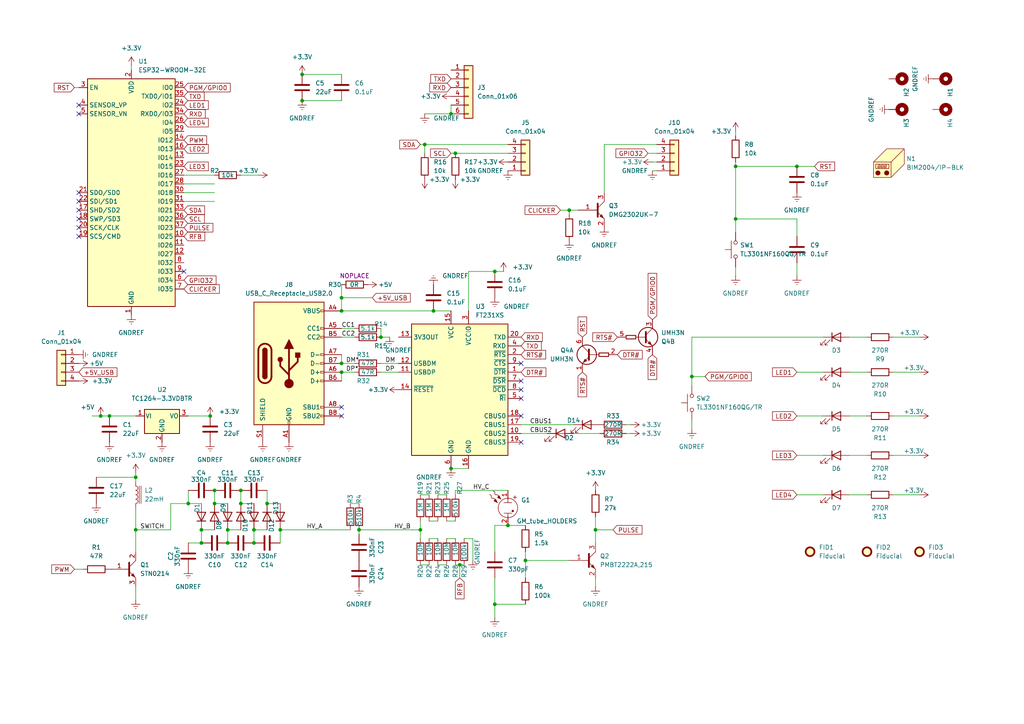
<source format=kicad_sch>
(kicad_sch (version 20211123) (generator eeschema)
  (paper "A4")
  (title_block (title "Main Schematic") (date "2022-11-03") (rev "V.0.1.0") (company "EIK IDEVERKSTED OPENGEIGER"))
  (junction (at 121.92 153.67))
  (junction (at 130.81 33.02))
  (junction (at 66.04 153.67))
  (junction (at 29.21 120.65))
  (junction (at 58.42 153.67))
  (junction (at 165.1 60.96))
  (junction (at 66.04 157.48))
  (junction (at 172.72 153.67))
  (junction (at 31.75 120.65))
  (junction (at 200.66 109.22))
  (junction (at 73.66 157.48))
  (junction (at 62.23 142.24))
  (junction (at 39.37 138.43))
  (junction (at 69.85 146.05))
  (junction (at 99.06 90.17))
  (junction (at 123.19 41.91))
  (junction (at 73.66 153.67))
  (junction (at 87.63 21.59))
  (junction (at 152.4 162.56))
  (junction (at 81.28 153.67))
  (junction (at 125.73 90.17))
  (junction (at 147.32 152.4))
  (junction (at 231.14 48.26))
  (junction (at 77.47 146.05))
  (junction (at 130.81 135.89))
  (junction (at 58.42 157.48))
  (junction (at 60.96 120.65))
  (junction (at 213.36 48.26))
  (junction (at 87.63 29.21))
  (junction (at 104.14 153.67))
  (junction (at 143.51 175.26))
  (junction (at 99.06 107.95))
  (junction (at 39.37 153.67))
  (junction (at 132.08 44.45))
  (junction (at 99.06 105.41))
  (junction (at 133.35 163.83))
  (junction (at 213.36 63.5))
  (junction (at 54.61 146.05))
  (junction (at 69.85 142.24))
  (junction (at 99.06 86.36))
  (junction (at 62.23 146.05))
  (junction (at 143.51 78.74))
  (junction (at 110.49 97.79))
  (no_connect (at 151.13 110.49))
  (no_connect (at 151.13 105.41))
  (no_connect (at 151.13 113.03))
  (no_connect (at 151.13 115.57))
  (no_connect (at 151.13 120.65))
  (no_connect (at 151.13 128.27))
  (no_connect (at 22.86 68.58))
  (no_connect (at 22.86 55.88))
  (no_connect (at 22.86 58.42))
  (no_connect (at 22.86 60.96))
  (no_connect (at 22.86 63.5))
  (no_connect (at 22.86 66.04))
  (no_connect (at 22.86 30.48))
  (no_connect (at 22.86 33.02))
  (no_connect (at 99.06 118.11))
  (no_connect (at 99.06 120.65))
  (no_connect (at 53.34 78.74))
  (wire (pts (xy 231.14 143.51) (xy 238.76 143.51)))
  (wire (pts (xy 251.46 120.65) (xy 246.38 120.65)))
  (wire (pts (xy 172.72 153.67) (xy 172.72 157.48)))
  (wire (pts (xy 231.14 63.5) (xy 213.36 63.5)))
  (wire (pts (xy 175.26 41.91) (xy 190.5 41.91)))
  (wire (pts (xy 266.7 107.95) (xy 259.08 107.95)))
  (wire (pts (xy 38.1 19.05) (xy 38.1 20.32)))
  (wire (pts (xy 200.66 109.22) (xy 200.66 111.76)))
  (wire (pts (xy 177.8 153.67) (xy 172.72 153.67)))
  (wire (pts (xy 62.23 53.34) (xy 53.34 53.34)))
  (wire (pts (xy 62.23 50.8) (xy 53.34 50.8)))
  (wire (pts (xy 58.42 153.67) (xy 62.23 153.67)))
  (wire (pts (xy 101.6 146.05) (xy 104.14 146.05)))
  (wire (pts (xy 123.19 33.02) (xy 130.81 33.02)))
  (wire (pts (xy 152.4 162.56) (xy 165.1 162.56)))
  (wire (pts (xy 21.59 165.1) (xy 24.13 165.1)))
  (wire (pts (xy 200.66 97.79) (xy 200.66 109.22)))
  (wire (pts (xy 125.73 90.17) (xy 130.81 90.17)))
  (wire (pts (xy 200.66 97.79) (xy 238.76 97.79)))
  (wire (pts (xy 99.06 86.36) (xy 99.06 90.17)))
  (wire (pts (xy 133.35 163.83) (xy 134.62 163.83)))
  (wire (pts (xy 121.92 151.13) (xy 121.92 153.67)))
  (wire (pts (xy 77.47 142.24) (xy 77.47 146.05)))
  (wire (pts (xy 137.16 156.21) (xy 137.16 162.56)))
  (wire (pts (xy 266.7 120.65) (xy 259.08 120.65)))
  (wire (pts (xy 113.03 97.79) (xy 110.49 97.79)))
  (wire (pts (xy 165.1 60.96) (xy 167.64 60.96)))
  (wire (pts (xy 66.04 153.67) (xy 66.04 157.48)))
  (wire (pts (xy 99.06 82.55) (xy 99.06 86.36)))
  (wire (pts (xy 39.37 137.16) (xy 39.37 138.43)))
  (wire (pts (xy 54.61 157.48) (xy 58.42 157.48)))
  (wire (pts (xy 29.21 120.65) (xy 31.75 120.65)))
  (wire (pts (xy 231.14 120.65) (xy 238.76 120.65)))
  (wire (pts (xy 104.14 153.67) (xy 104.14 154.94)))
  (wire (pts (xy 99.06 86.36) (xy 107.95 86.36)))
  (wire (pts (xy 251.46 97.79) (xy 246.38 97.79)))
  (wire (pts (xy 129.54 151.13) (xy 132.08 151.13)))
  (wire (pts (xy 165.1 62.23) (xy 165.1 60.96)))
  (wire (pts (xy 121.92 41.91) (xy 123.19 41.91)))
  (wire (pts (xy 146.05 78.74) (xy 143.51 78.74)))
  (wire (pts (xy 69.85 142.24) (xy 69.85 146.05)))
  (wire (pts (xy 158.75 125.73) (xy 151.13 125.73)))
  (wire (pts (xy 121.92 143.51) (xy 124.46 143.51)))
  (wire (pts (xy 81.28 153.67) (xy 81.28 157.48)))
  (wire (pts (xy 99.06 107.95) (xy 102.87 107.95)))
  (wire (pts (xy 213.36 48.26) (xy 231.14 48.26)))
  (wire (pts (xy 251.46 143.51) (xy 246.38 143.51)))
  (wire (pts (xy 231.14 132.08) (xy 238.76 132.08)))
  (wire (pts (xy 200.66 124.46) (xy 200.66 121.92)))
  (wire (pts (xy 259.08 97.79) (xy 266.7 97.79)))
  (wire (pts (xy 213.36 80.01) (xy 213.36 77.47)))
  (wire (pts (xy 49.53 146.05) (xy 54.61 146.05)))
  (wire (pts (xy 73.66 153.67) (xy 73.66 157.48)))
  (wire (pts (xy 132.08 163.83) (xy 133.35 163.83)))
  (wire (pts (xy 26.67 120.65) (xy 29.21 120.65)))
  (wire (pts (xy 121.92 153.67) (xy 121.92 156.21)))
  (wire (pts (xy 99.06 90.17) (xy 125.73 90.17)))
  (wire (pts (xy 213.36 63.5) (xy 213.36 67.31)))
  (wire (pts (xy 54.61 142.24) (xy 54.61 146.05)))
  (wire (pts (xy 231.14 48.26) (xy 236.22 48.26)))
  (wire (pts (xy 110.49 107.95) (xy 115.57 107.95)))
  (wire (pts (xy 166.37 125.73) (xy 173.99 125.73)))
  (wire (pts (xy 132.08 142.24) (xy 147.32 142.24)))
  (wire (pts (xy 187.96 44.45) (xy 190.5 44.45)))
  (wire (pts (xy 123.19 41.91) (xy 123.19 44.45)))
  (wire (pts (xy 77.47 146.05) (xy 81.28 146.05)))
  (wire (pts (xy 132.08 44.45) (xy 147.32 44.45)))
  (wire (pts (xy 134.62 156.21) (xy 137.16 156.21)))
  (wire (pts (xy 129.54 163.83) (xy 127 163.83)))
  (wire (pts (xy 39.37 153.67) (xy 39.37 160.02)))
  (wire (pts (xy 130.81 44.45) (xy 132.08 44.45)))
  (wire (pts (xy 133.35 163.83) (xy 133.35 167.64)))
  (wire (pts (xy 181.61 125.73) (xy 182.88 125.73)))
  (wire (pts (xy 152.4 162.56) (xy 152.4 167.64)))
  (wire (pts (xy 266.7 132.08) (xy 259.08 132.08)))
  (wire (pts (xy 130.81 135.89) (xy 135.89 135.89)))
  (wire (pts (xy 123.19 41.91) (xy 147.32 41.91)))
  (wire (pts (xy 143.51 78.74) (xy 135.89 78.74)))
  (wire (pts (xy 66.04 153.67) (xy 69.85 153.67)))
  (wire (pts (xy 124.46 163.83) (xy 121.92 163.83)))
  (wire (pts (xy 143.51 167.64) (xy 143.51 175.26)))
  (wire (pts (xy 99.06 107.95) (xy 99.06 110.49)))
  (wire (pts (xy 99.06 21.59) (xy 87.63 21.59)))
  (wire (pts (xy 62.23 55.88) (xy 53.34 55.88)))
  (wire (pts (xy 31.75 120.65) (xy 39.37 120.65)))
  (wire (pts (xy 152.4 152.4) (xy 147.32 152.4)))
  (wire (pts (xy 181.61 123.19) (xy 182.88 123.19)))
  (wire (pts (xy 49.53 153.67) (xy 49.53 146.05)))
  (wire (pts (xy 124.46 151.13) (xy 127 151.13)))
  (wire (pts (xy 162.56 60.96) (xy 165.1 60.96)))
  (wire (pts (xy 213.36 48.26) (xy 213.36 63.5)))
  (wire (pts (xy 39.37 153.67) (xy 49.53 153.67)))
  (wire (pts (xy 132.08 142.24) (xy 132.08 143.51)))
  (wire (pts (xy 200.66 109.22) (xy 204.47 109.22)))
  (wire (pts (xy 143.51 179.07) (xy 143.51 175.26)))
  (wire (pts (xy 213.36 38.1) (xy 213.36 39.37)))
  (wire (pts (xy 39.37 138.43) (xy 39.37 139.7)))
  (wire (pts (xy 251.46 132.08) (xy 246.38 132.08)))
  (wire (pts (xy 99.06 29.21) (xy 87.63 29.21)))
  (wire (pts (xy 54.61 146.05) (xy 58.42 146.05)))
  (wire (pts (xy 62.23 146.05) (xy 66.04 146.05)))
  (wire (pts (xy 147.32 152.4) (xy 143.51 152.4)))
  (wire (pts (xy 143.51 152.4) (xy 143.51 160.02)))
  (wire (pts (xy 266.7 143.51) (xy 259.08 143.51)))
  (wire (pts (xy 172.72 170.18) (xy 172.72 167.64)))
  (wire (pts (xy 39.37 170.18) (xy 39.37 173.99)))
  (wire (pts (xy 231.14 107.95) (xy 238.76 107.95)))
  (wire (pts (xy 81.28 153.67) (xy 101.6 153.67)))
  (wire (pts (xy 110.49 95.25) (xy 110.49 97.79)))
  (wire (pts (xy 231.14 80.01) (xy 231.14 76.2)))
  (wire (pts (xy 251.46 107.95) (xy 246.38 107.95)))
  (wire (pts (xy 27.94 138.43) (xy 39.37 138.43)))
  (wire (pts (xy 99.06 105.41) (xy 102.87 105.41)))
  (wire (pts (xy 143.51 175.26) (xy 152.4 175.26)))
  (wire (pts (xy 73.66 153.67) (xy 77.47 153.67)))
  (wire (pts (xy 127 156.21) (xy 124.46 156.21)))
  (wire (pts (xy 69.85 50.8) (xy 74.93 50.8)))
  (wire (pts (xy 110.49 105.41) (xy 115.57 105.41)))
  (wire (pts (xy 213.36 46.99) (xy 213.36 48.26)))
  (wire (pts (xy 62.23 58.42) (xy 53.34 58.42)))
  (wire (pts (xy 152.4 160.02) (xy 152.4 162.56)))
  (wire (pts (xy 102.87 95.25) (xy 99.06 95.25)))
  (wire (pts (xy 135.89 78.74) (xy 135.89 90.17)))
  (wire (pts (xy 21.59 25.4) (xy 22.86 25.4)))
  (wire (pts (xy 190.5 49.53) (xy 189.23 49.53)))
  (wire (pts (xy 69.85 146.05) (xy 73.66 146.05)))
  (wire (pts (xy 58.42 153.67) (xy 58.42 157.48)))
  (wire (pts (xy 62.23 142.24) (xy 62.23 146.05)))
  (wire (pts (xy 175.26 41.91) (xy 175.26 55.88)))
  (wire (pts (xy 130.81 30.48) (xy 130.81 33.02)))
  (wire (pts (xy 129.54 156.21) (xy 132.08 156.21)))
  (wire (pts (xy 151.13 123.19) (xy 166.37 123.19)))
  (wire (pts (xy 172.72 149.86) (xy 172.72 153.67)))
  (wire (pts (xy 54.61 120.65) (xy 60.96 120.65)))
  (wire (pts (xy 231.14 68.58) (xy 231.14 63.5)))
  (wire (pts (xy 104.14 153.67) (xy 121.92 153.67)))
  (wire (pts (xy 99.06 102.87) (xy 99.06 105.41)))
  (wire (pts (xy 190.5 46.99) (xy 189.23 46.99)))
  (wire (pts (xy 102.87 97.79) (xy 99.06 97.79)))
  (wire (pts (xy 39.37 147.32) (xy 39.37 153.67)))
  (wire (pts (xy 127 143.51) (xy 129.54 143.51)))
  (label "CBUS1" (at 153.67 123.19 0))
  (label "DM*" (at 100.33 105.41 0))
  (label "HV_A" (at 88.9 153.67 0))
  (label "DM" (at 111.76 105.41 0))
  (label "DP*" (at 100.33 107.95 0))
  (label "HV_B" (at 114.3 153.67 0))
  (label "DP" (at 111.76 107.95 0))
  (label "CC2" (at 99.06 97.79 0))
  (label "SWITCH" (at 40.64 153.67 0))
  (label "HV_C" (at 137.16 142.24 0))
  (label "CC1" (at 99.06 95.25 0))
  (label "CBUS2" (at 153.67 125.73 0))
  (global_label "RXD" (shape input) (at 151.13 97.79 0) (property "Intersheet References" "${INTERSHEET_REFS}" (effects hide)))
  (global_label "GPIO32" (shape input) (at 187.96 44.45 180) (property "Intersheet References" "${INTERSHEET_REFS}" (effects hide)))
  (global_label "PULSE" (shape input) (at 53.34 66.04 0) (property "Intersheet References" "${INTERSHEET_REFS}" (effects hide)))
  (global_label "PULSE" (shape input) (at 177.8 153.67 0) (property "Intersheet References" "${INTERSHEET_REFS}" (effects hide)))
  (global_label "SCL" (shape input) (at 53.34 63.5 0) (property "Intersheet References" "${INTERSHEET_REFS}" (effects hide)))
  (global_label "SCL" (shape input) (at 130.81 44.45 180) (property "Intersheet References" "${INTERSHEET_REFS}" (effects hide)))
  (global_label "RXD" (shape input) (at 130.81 25.4 180) (property "Intersheet References" "${INTERSHEET_REFS}" (effects hide)))
  (global_label "RFB" (shape input) (at 53.34 68.58 0) (property "Intersheet References" "${INTERSHEET_REFS}" (effects hide)))
  (global_label "CLICKER" (shape input) (at 53.34 83.82 0) (property "Intersheet References" "${INTERSHEET_REFS}" (effects hide)))
  (global_label "RTS#" (shape input) (at 151.13 102.87 0) (property "Intersheet References" "${INTERSHEET_REFS}" (effects hide)))
  (global_label "PGM{slash}GPIO0" (shape input) (at 189.23 92.71 90) (property "Intersheet References" "${INTERSHEET_REFS}" (effects hide)))
  (global_label "SDA" (shape input) (at 53.34 60.96 0) (property "Intersheet References" "${INTERSHEET_REFS}" (effects hide)))
  (global_label "PGM{slash}GPIO0" (shape input) (at 204.47 109.22 0) (property "Intersheet References" "${INTERSHEET_REFS}" (effects hide)))
  (global_label "RST" (shape input) (at 168.91 97.79 90) (property "Intersheet References" "${INTERSHEET_REFS}" (effects hide)))
  (global_label "SDA" (shape input) (at 121.92 41.91 180) (property "Intersheet References" "${INTERSHEET_REFS}" (effects hide)))
  (global_label "TXD" (shape input) (at 130.81 22.86 180) (property "Intersheet References" "${INTERSHEET_REFS}" (effects hide)))
  (global_label "RST" (shape input) (at 21.59 25.4 180) (property "Intersheet References" "${INTERSHEET_REFS}" (effects hide)))
  (global_label "+5V_USB" (shape input) (at 107.95 86.36 0) (property "Intersheet References" "${INTERSHEET_REFS}" (effects hide)))
  (global_label "TXD" (shape input) (at 151.13 100.33 0) (property "Intersheet References" "${INTERSHEET_REFS}" (effects hide)))
  (global_label "LED1" (shape input) (at 53.34 30.48 0) (property "Intersheet References" "${INTERSHEET_REFS}" (effects hide)))
  (global_label "CLICKER" (shape input) (at 162.56 60.96 180) (property "Intersheet References" "${INTERSHEET_REFS}" (effects hide)))
  (global_label "RXD" (shape input) (at 53.34 33.02 0) (property "Intersheet References" "${INTERSHEET_REFS}" (effects hide)))
  (global_label "RTS#" (shape input) (at 168.91 107.95 270) (property "Intersheet References" "${INTERSHEET_REFS}" (effects hide)))
  (global_label "PWM" (shape input) (at 53.34 40.64 0) (property "Intersheet References" "${INTERSHEET_REFS}" (effects hide)))
  (global_label "PWM" (shape input) (at 21.59 165.1 180) (property "Intersheet References" "${INTERSHEET_REFS}" (effects hide)))
  (global_label "LED4" (shape input) (at 53.34 35.56 0) (property "Intersheet References" "${INTERSHEET_REFS}" (effects hide)))
  (global_label "GPIO32" (shape input) (at 53.34 81.28 0) (property "Intersheet References" "${INTERSHEET_REFS}" (effects hide)))
  (global_label "PGM{slash}GPIO0" (shape input) (at 53.34 25.4 0) (property "Intersheet References" "${INTERSHEET_REFS}" (effects hide)))
  (global_label "LED4" (shape input) (at 231.14 143.51 180) (property "Intersheet References" "${INTERSHEET_REFS}" (effects hide)))
  (global_label "RFB" (shape input) (at 133.35 167.64 270) (property "Intersheet References" "${INTERSHEET_REFS}" (effects hide)))
  (global_label "+5V_USB" (shape input) (at 22.86 107.95 0) (property "Intersheet References" "${INTERSHEET_REFS}" (effects hide)))
  (global_label "LED2" (shape input) (at 53.34 43.18 0) (property "Intersheet References" "${INTERSHEET_REFS}" (effects hide)))
  (global_label "RST" (shape input) (at 236.22 48.26 0) (property "Intersheet References" "${INTERSHEET_REFS}" (effects hide)))
  (global_label "RTS#" (shape input) (at 179.07 97.79 180) (property "Intersheet References" "${INTERSHEET_REFS}" (effects hide)))
  (global_label "LED1" (shape input) (at 231.14 107.95 180) (property "Intersheet References" "${INTERSHEET_REFS}" (effects hide)))
  (global_label "DTR#" (shape input) (at 179.07 102.87 0) (property "Intersheet References" "${INTERSHEET_REFS}" (effects hide)))
  (global_label "LED3" (shape input) (at 53.34 48.26 0) (property "Intersheet References" "${INTERSHEET_REFS}" (effects hide)))
  (global_label "DTR#" (shape input) (at 189.23 102.87 270) (property "Intersheet References" "${INTERSHEET_REFS}" (effects hide)))
  (global_label "LED3" (shape input) (at 231.14 132.08 180) (property "Intersheet References" "${INTERSHEET_REFS}" (effects hide)))
  (global_label "TXD" (shape input) (at 53.34 27.94 0) (property "Intersheet References" "${INTERSHEET_REFS}" (effects hide)))
  (global_label "LED2" (shape input) (at 231.14 120.65 180) (property "Intersheet References" "${INTERSHEET_REFS}" (effects hide)))
  (global_label "DTR#" (shape input) (at 151.13 107.95 0) (property "Intersheet References" "${INTERSHEET_REFS}" (effects hide)))
  (symbol (lib_id "Regulator_Linear:AP7361C-33E") (at 46.99 120.65 0) (unit 1)
    (property "Reference" "U2" (at 46.99 113.03 0))
    (property "Value" "TC1264-3.3VDBTR" (at 46.99 115.57 0))
    (property "Footprint" "Package_TO_SOT_SMD:SOT-223-3_TabPin2" (effects hide))
    (property "Datasheet" "https://ww1.microchip.com/downloads/aemDocuments/documents/APID/ProductDocuments/DataSheets/21375D.pdf" (effects hide))
    (property "MPN" "TC1264-3.3VDBTR" (effects hide))
    (property "INFO" "DIGIKEY" (effects hide))
    (property "Supplier Part Number" "TC1264-3.3VDBDKR-ND" (effects hide))
  )
  (symbol (lib_id "Device:LED") (at 242.57 107.95 0) (unit 1)
    (property "Reference" "D4" (at 242.57 111.76 0))
    (property "Value" "0603RBD0700S01" (effects hide))
    (property "Footprint" "LED_SMD:LED_0603_1608Metric" (effects hide))
    (property "INFO" "DIGIKEY" (effects hide))
    (property "MPN" "0603RBD0700S01" (effects hide))
    (property "Supplier Part Number" "160-1447-6-ND" (effects hide))
  )
  (symbol (lib_id "Device:R") (at 177.8 125.73 270) (unit 1)
    (property "Reference" "R34" (at 177.8 128.27 90))
    (property "Value" "270R" (at 177.8 125.73 90))
    (property "Footprint" "Resistor_SMD:R_0603_1608Metric_Pad0.98x0.95mm_HandSolder" (effects hide))
    (property "MPN" "RC0603JR-07270RL" (effects hide))
    (property "INFO" "DIGIKEY" (effects hide))
    (property "Supplier Part Number" "311-270GRDKR-ND" (effects hide))
  )
  (symbol (lib_id "power:GNDREF") (at 46.99 128.27 0) (unit 1)
    (property "Reference" "#PWR010" (effects hide))
    (property "Value" "GNDREF" (at 46.99 133.35 0))
  )
  (symbol (lib_id "Device:C") (at 77.47 157.48 90) (unit 1)
    (property "Reference" "C14" (at 77.47 163.83 90))
    (property "Value" "330nF" (at 77.47 161.29 90))
    (property "Footprint" "Capacitor_SMD:C_1206_3216Metric_Pad1.33x1.80mm_HandSolder" (effects hide))
    (property "MPN" "CL31B333KHHSFNE" (effects hide))
    (property "INFO" "DIGIKEY" (effects hide))
    (property "Supplier Part Number" "1276-3159-6-ND" (effects hide))
  )
  (symbol (lib_id "power:GNDREF") (at 175.26 66.04 0) (unit 1)
    (property "Reference" "#PWR034" (effects hide))
    (property "Value" "GNDREF" (at 175.26 71.12 0))
  )
  (symbol (lib_id "Device:R") (at 121.92 160.02 0) (mirror y) (unit 1)
    (property "Reference" "R20" (at 121.92 167.64 90) (effects (justify left)))
    (property "Value" "10M" (at 121.92 161.29 90) (effects (justify left)))
    (property "Footprint" "Resistor_SMD:R_1206_3216Metric_Pad1.30x1.75mm_HandSolder" (effects hide))
    (property "Datasheet" "https://www.digikey.no/no/products/detail/rohm-semiconductor/KTR18EZPF1005/1983694" (effects hide))
    (property "MPN" "KTR18EZPF1005" (effects hide))
    (property "INFO" "DIGIKEY" (effects hide))
    (property "Supplier Part Number" "RHM10.0MAIDKR-ND" (effects hide))
  )
  (symbol (lib_id "power:GNDREF") (at 165.1 69.85 0) (unit 1)
    (property "Reference" "#PWR0112" (effects hide))
    (property "Value" "GNDREF" (at 165.1 74.93 0))
  )
  (symbol (lib_id "Transistor_BJT:UMH3N") (at 184.15 97.79 0) (unit 2)
    (property "Reference" "Q4" (at 191.77 99.0601 0) (effects (justify left)))
    (property "Value" "UMH3N" (at 191.77 96.5201 0) (effects (justify left)))
    (property "Footprint" "Package_TO_SOT_SMD:SOT-363_SC-70-6" (effects hide))
    (property "Datasheet" "http://rohmfs.rohm.com/en/products/databook/datasheet/discrete/transistor/digital/emh3t2r-e.pdf" (effects hide))
  )
  (symbol (lib_id "Device:R") (at 124.46 160.02 0) (mirror y) (unit 1)
    (property "Reference" "R22" (at 124.46 167.64 90) (effects (justify left)))
    (property "Value" "10M" (at 124.46 161.29 90) (effects (justify left)))
    (property "Footprint" "Resistor_SMD:R_1206_3216Metric_Pad1.30x1.75mm_HandSolder" (effects hide))
    (property "Datasheet" "https://www.digikey.no/no/products/detail/rohm-semiconductor/KTR18EZPF1005/1983694" (effects hide))
    (property "MPN" "KTR18EZPF1005" (effects hide))
    (property "INFO" "DIGIKEY" (effects hide))
    (property "Supplier Part Number" "RHM10.0MAIDKR-ND" (effects hide))
  )
  (symbol (lib_id "power:+3.3V") (at 87.63 21.59 0) (unit 1)
    (property "Reference" "#PWR016" (effects hide))
    (property "Value" "+3.3V" (at 87.63 16.51 0))
  )
  (symbol (lib_id "Mechanical:MountingHole_Pad") (at 273.05 22.86 270) (unit 1)
    (property "Reference" "H1" (at 275.5901 25.4 0) (effects (justify left)))
    (property "Value" "MountingHole_Pad" (effects hide))
    (property "Footprint" "MountingHole:MountingHole_2.5mm_Pad_Via" (effects hide))
  )
  (symbol (lib_id "Transistors_fredrik:MMBT4401") (at 170.18 162.56 0) (unit 1)
    (property "Reference" "Q2" (at 173.99 161.2899 0) (effects (justify left)))
    (property "Value" "PMBT2222A,215" (at 173.99 163.8299 0) (effects (justify left)))
    (property "Footprint" "Package_TO_SOT_SMD:SOT-23_Handsoldering" (effects hide))
    (property "Datasheet" "https://no.mouser.com/datasheet/2/916/PMBT2222A-2885992.pdf" (effects hide))
    (property "MPN" "PMBT2222A,215" (effects hide))
    (property "INFO" "DIGIKEY" (effects hide))
    (property "Supplier Part Number" "1727-2956-6-ND" (effects hide))
  )
  (symbol (lib_id "power:+3.3V") (at 130.81 27.94 90) (unit 1)
    (property "Reference" "#PWR018" (effects hide))
    (property "Value" "+3.3V" (at 121.92 27.94 90) (effects (justify right)))
  )
  (symbol (lib_id "Transistors_fredrik:RLB1314-153KL") (at 39.37 143.51 0) (unit 1)
    (property "Reference" "L2" (at 41.91 142.2399 0) (effects (justify left)))
    (property "Value" "22mH" (at 41.91 144.7799 0) (effects (justify left)))
    (property "Footprint" "Inductor_THT:L_Radial_D10.5mm_P5.00mm_Abacron_AISR-01" (effects hide))
    (property "Datasheet" "https://www.bourns.com/docs/Product-Datasheets/rlb.pdf" (effects hide))
    (property "MPN" "RLB1014-223KL" (effects hide))
    (property "INFO" "DIGIKEY" (effects hide))
    (property "Supplier Part Number" "RLB1014-223KL-ND" (effects hide))
  )
  (symbol (lib_id "Device:R") (at 129.54 160.02 0) (mirror y) (unit 1)
    (property "Reference" "R26" (at 129.54 167.64 90) (effects (justify left)))
    (property "Value" "10M" (at 129.54 161.29 90) (effects (justify left)))
    (property "Footprint" "Resistor_SMD:R_1206_3216Metric_Pad1.30x1.75mm_HandSolder" (effects hide))
    (property "Datasheet" "https://www.digikey.no/no/products/detail/rohm-semiconductor/KTR18EZPF1005/1983694" (effects hide))
    (property "MPN" "KTR18EZPF1005" (effects hide))
    (property "INFO" "DIGIKEY" (effects hide))
    (property "Supplier Part Number" "RHM10.0MAIDKR-ND" (effects hide))
  )
  (symbol (lib_id "power:GNDREF") (at 172.72 170.18 0) (unit 1)
    (property "Reference" "#PWR025" (effects hide))
    (property "Value" "GNDREF" (at 172.72 175.26 0))
  )
  (symbol (lib_id "power:+3.3V") (at 147.32 46.99 90) (unit 1)
    (property "Reference" "#PWR022" (effects hide))
    (property "Value" "+3.3V" (at 138.43 46.99 90) (effects (justify right)))
  )
  (symbol (lib_id "Device:LED") (at 162.56 125.73 0) (unit 1)
    (property "Reference" "D2" (at 165.1 127 0))
    (property "Value" "0603RBD0700S01" (effects hide))
    (property "Footprint" "LED_SMD:LED_0603_1608Metric" (effects hide))
    (property "INFO" "DIGIKEY" (effects hide))
    (property "MPN" "0603RBD0700S01" (effects hide))
    (property "Supplier Part Number" "160-1447-6-ND" (effects hide))
  )
  (symbol (lib_id "Switch:SW_Push") (at 213.36 72.39 90) (unit 1)
    (property "Reference" "SW1" (at 214.63 71.1199 90) (effects (justify right)))
    (property "Value" "TL3301NF160QG/TR" (at 214.63 73.6599 90) (effects (justify right)))
    (property "Footprint" "Button_Switch_SMD:SW_SPST_PTS645" (effects hide))
    (property "MPN" "TL3301NF160QG/TR" (effects hide))
    (property "INFO" "DIGIKEY" (effects hide))
    (property "Supplier Part Number" "141-TL3301NF160QG-KRDKR-ND" (effects hide))
  )
  (symbol (lib_id "power:+3.3V") (at 22.86 110.49 270) (unit 1)
    (property "Reference" "#PWR08" (effects hide))
    (property "Value" "+3.3V" (at 26.67 110.4899 90) (effects (justify left)))
  )
  (symbol (lib_id "power:+3.3V") (at 189.23 46.99 90) (unit 1)
    (property "Reference" "#PWR0107" (effects hide))
    (property "Value" "+3.3V" (at 180.34 46.99 90) (effects (justify right)))
  )
  (symbol (lib_id "power:+5V") (at 29.21 120.65 0) (unit 1)
    (property "Reference" "#PWR06" (effects hide))
    (property "Value" "+5V" (at 25.4 118.11 0))
  )
  (symbol (lib_id "Mechanical:Fiducial") (at 266.7 160.02 0) (unit 1)
    (property "Reference" "FID3" (at 269.24 158.7499 0) (effects (justify left)))
    (property "Value" "Fiducial" (at 269.24 161.2899 0) (effects (justify left)))
    (property "Footprint" "Fiducial:Fiducial_1mm_Mask2mm" (effects hide))
  )
  (symbol (lib_id "power:+3.3V") (at 266.7 143.51 270) (unit 1)
    (property "Reference" "#PWR039" (effects hide))
    (property "Value" "+3.3V" (at 267.97 142.24 90) (effects (justify right)))
  )
  (symbol (lib_id "power:+3.3V") (at 123.19 52.07 180) (unit 1)
    (property "Reference" "#PWR0109" (effects hide))
    (property "Value" "+3.3V" (at 124.46 52.07 0) (effects (justify right)))
  )
  (symbol (lib_id "Connector_Generic:Conn_01x06") (at 135.89 25.4 0) (unit 1)
    (property "Reference" "J3" (at 138.43 25.3999 0) (effects (justify left)))
    (property "Value" "Conn_01x06" (at 138.43 27.9399 0) (effects (justify left)))
    (property "Footprint" "Connector_PinHeader_2.54mm:PinHeader_1x06_P2.54mm_Vertical" (effects hide))
    (property "MPN" "61300611121" (effects hide))
    (property "INFO" "DIGIKEY" (effects hide))
    (property "Supplier Part Number" "732-5319-ND" (effects hide))
  )
  (symbol (lib_id "Device:R") (at 106.68 107.95 270) (unit 1)
    (property "Reference" "R32" (at 105.41 110.49 90))
    (property "Value" "47R" (at 106.68 107.95 90))
    (property "Footprint" "Resistor_SMD:R_0603_1608Metric_Pad0.98x0.95mm_HandSolder" (effects hide))
    (property "MPN" "RMCF0603JT47R0" (effects hide))
    (property "INFO" "DIGIKEY" (effects hide))
    (property "Supplier Part Number" "RMCF0603JT47R0DKR-ND" (effects hide))
  )
  (symbol (lib_id "Device:R") (at 27.94 165.1 270) (unit 1)
    (property "Reference" "R1" (at 27.94 158.75 90))
    (property "Value" "47R" (at 27.94 161.29 90))
    (property "Footprint" "Resistor_SMD:R_0603_1608Metric_Pad0.98x0.95mm_HandSolder" (effects hide))
    (property "MPN" "RMCF0603JT47R0" (effects hide))
    (property "INFO" "DIGIKEY" (effects hide))
    (property "Supplier Part Number" "RMCF0603JT47R0DKR-ND" (effects hide))
  )
  (symbol (lib_id "power:+3.3V") (at 182.88 125.73 270) (unit 1)
    (property "Reference" "#PWR0116" (effects hide))
    (property "Value" "+3.3V" (at 191.77 125.73 90) (effects (justify right)))
  )
  (symbol (lib_id "Device:R") (at 132.08 48.26 180) (unit 1)
    (property "Reference" "R17" (at 134.62 46.9899 0) (effects (justify right)))
    (property "Value" "10k" (at 134.62 49.5299 0) (effects (justify right)))
    (property "Footprint" "Resistor_SMD:R_0603_1608Metric_Pad0.98x0.95mm_HandSolder" (effects hide))
    (property "MPN" "RMCF0603JT10K0" (effects hide))
    (property "INFO" "DIGIKEY" (effects hide))
    (property "Supplier Part Number" "RMCF0603JT10K0DKR-ND" (effects hide))
  )
  (symbol (lib_id "Mechanical:Fiducial") (at 251.46 160.02 0) (unit 1)
    (property "Reference" "FID2" (at 254 158.7499 0) (effects (justify left)))
    (property "Value" "Fiducial" (at 254 161.2899 0) (effects (justify left)))
    (property "Footprint" "Fiducial:Fiducial_1mm_Mask2mm" (effects hide))
  )
  (symbol (lib_id "Device:R") (at 66.04 50.8 90) (unit 1)
    (property "Reference" "R2" (at 62.23 49.53 90))
    (property "Value" "10k" (at 66.04 50.8 90))
    (property "Footprint" "Resistor_SMD:R_0603_1608Metric_Pad0.98x0.95mm_HandSolder" (effects hide))
    (property "MPN" "RMCF0603JT10K0" (effects hide))
    (property "INFO" "DIGIKEY" (effects hide))
    (property "Supplier Part Number" "RMCF0603JT10K0DKR-ND" (effects hide))
  )
  (symbol (lib_id "Device:R") (at 134.62 160.02 180) (unit 1)
    (property "Reference" "R29" (at 134.62 167.64 90) (effects (justify right)))
    (property "Value" "100k" (at 134.62 162.56 90) (effects (justify right)))
    (property "Footprint" "Resistor_SMD:R_0603_1608Metric_Pad0.98x0.95mm_HandSolder" (effects hide))
    (property "MPN" "RMCF0603JT100K" (effects hide))
    (property "INFO" "DIGIKEY" (effects hide))
    (property "Supplier Part Number" "RMCF0603JT100KDKR-ND" (effects hide))
  )
  (symbol (lib_id "Sensor:Nuclear-Radiation_Detector") (at 147.32 147.32 0) (unit 1)
    (property "Reference" "G1" (at 151.13 145.0363 0) (effects (justify left)))
    (property "Value" "GM_tube_HOLDERS" (at 149.86 151.13 0) (effects (justify left)))
    (property "Footprint" "eikgeiger:SBM-20" (effects hide))
  )
  (symbol (lib_id "power:GNDREF") (at 87.63 29.21 0) (unit 1)
    (property "Reference" "#PWR017" (effects hide))
    (property "Value" "GNDREF" (at 87.63 34.29 0))
  )
  (symbol (lib_id "power:+3.3V") (at 38.1 19.05 0) (unit 1)
    (property "Reference" "#PWR04" (effects hide))
    (property "Value" "+3.3V" (at 38.1 13.97 0))
  )
  (symbol (lib_id "Device:R") (at 213.36 43.18 180) (unit 1)
    (property "Reference" "R8" (at 215.9 41.9099 0) (effects (justify right)))
    (property "Value" "10k" (at 215.9 44.4499 0) (effects (justify right)))
    (property "Footprint" "Resistor_SMD:R_0603_1608Metric_Pad0.98x0.95mm_HandSolder" (effects hide))
    (property "MPN" "RMCF0603JT10K0" (effects hide))
    (property "INFO" "DIGIKEY" (effects hide))
    (property "Supplier Part Number" "RMCF0603JT10K0DKR-ND" (effects hide))
  )
  (symbol (lib_id "Device:C") (at 62.23 157.48 90) (unit 1)
    (property "Reference" "C10" (at 62.23 163.83 90))
    (property "Value" "330nF" (at 62.23 161.29 90))
    (property "Footprint" "Capacitor_SMD:C_1206_3216Metric_Pad1.33x1.80mm_HandSolder" (effects hide))
    (property "MPN" "CL31B333KHHSFNE" (effects hide))
    (property "INFO" "DIGIKEY" (effects hide))
    (property "Supplier Part Number" "1276-3159-6-ND" (effects hide))
  )
  (symbol (lib_id "Transistors_fredrik:SF-1200-TAP") (at 77.47 149.86 270) (unit 1)
    (property "Reference" "D12" (at 78.74 152.4 0))
    (property "Value" "RS1J" (effects hide))
    (property "Footprint" "Diode_SMD:D_SMA" (effects hide))
    (property "Datasheet" "https://www.smc-diodes.com/propdf/RS1A-RS1M%20N0988%20REV.B.pdf" (effects hide))
    (property "MPN" "RS1J" (effects hide))
    (property "INFO" "DIGIKEY" (effects hide))
    (property "Supplier Part Number" "1655-RS1JDKR-ND" (effects hide))
  )
  (symbol (lib_id "RF_Module:ESP32-WROOM-32D") (at 38.1 55.88 0) (unit 1)
    (property "Reference" "U1" (at 40.1194 17.78 0) (effects (justify left)))
    (property "Value" "ESP32-WROOM-32E" (at 40.1194 20.32 0) (effects (justify left)))
    (property "Footprint" "RF_Module:ESP32-WROOM-32" (effects hide))
    (property "Datasheet" "https://www.espressif.com/sites/default/files/documentation/esp32-wroom-32d_esp32-wroom-32u_datasheet_en.pdf" (effects hide))
    (property "MPN" "ESP32-WROOM-32E-N16" (effects hide))
    (property "INFO" "DIGIKEY" (effects hide))
    (property "Supplier Part Number" "1965-ESP32-WROOM-32E-N16DKR-ND" (effects hide))
  )
  (symbol (lib_id "Device:C") (at 58.42 142.24 90) (unit 1)
    (property "Reference" "C4" (at 58.42 137.16 90))
    (property "Value" "330nF" (at 58.3948 139.0781 90))
    (property "Footprint" "Capacitor_SMD:C_1206_3216Metric_Pad1.33x1.80mm_HandSolder" (effects hide))
    (property "MPN" "CL31B333KHHSFNE" (effects hide))
    (property "INFO" "DIGIKEY" (effects hide))
    (property "Supplier Part Number" "1276-3159-6-ND" (effects hide))
  )
  (symbol (lib_id "Connector_Generic:Conn_01x04") (at 195.58 46.99 0) (mirror x) (unit 1)
    (property "Reference" "J10" (at 195.58 35.56 0))
    (property "Value" "Conn_01x04" (at 195.58 38.1 0))
    (property "Footprint" "Connector_PinHeader_2.54mm:PinHeader_1x04_P2.54mm_Vertical" (effects hide))
    (property "MPN" "61300411121" (effects hide))
    (property "INFO" "DIGIKEY" (effects hide))
    (property "Supplier Part Number" "732-5317-ND" (effects hide))
  )
  (symbol (lib_id "power:+3.3V") (at 266.7 97.79 270) (unit 1)
    (property "Reference" "#PWR035" (effects hide))
    (property "Value" "+3.3V" (at 266.7 96.52 90) (effects (justify right)))
  )
  (symbol (lib_id "Transistors_fredrik:SF-1200-TAP") (at 69.85 149.86 270) (unit 1)
    (property "Reference" "D10" (at 71.12 152.4 0))
    (property "Value" "RS1J" (effects hide))
    (property "Footprint" "Diode_SMD:D_SMA" (effects hide))
    (property "Datasheet" "https://www.smc-diodes.com/propdf/RS1A-RS1M%20N0988%20REV.B.pdf" (effects hide))
    (property "MPN" "RS1J" (effects hide))
    (property "INFO" "DIGIKEY" (effects hide))
    (property "Supplier Part Number" "1655-RS1JDKR-ND" (effects hide))
  )
  (symbol (lib_id "Device:C") (at 231.14 52.07 0) (unit 1)
    (property "Reference" "C8" (at 234.95 50.7999 0) (effects (justify left)))
    (property "Value" "0.1uF" (at 234.95 53.3399 0) (effects (justify left)))
    (property "Footprint" "Capacitor_SMD:C_0603_1608Metric_Pad1.08x0.95mm_HandSolder" (effects hide))
    (property "MPN" "06035C104KAT4A" (effects hide))
    (property "INFO" "DIGIKEY" (effects hide))
    (property "Supplier Part Number" "478-10346-1-ND" (effects hide))
  )
  (symbol (lib_id "Device:R") (at 177.8 123.19 270) (unit 1)
    (property "Reference" "R33" (at 177.8 120.65 90))
    (property "Value" "270R" (at 177.8 123.19 90))
    (property "Footprint" "Resistor_SMD:R_0603_1608Metric_Pad0.98x0.95mm_HandSolder" (effects hide))
    (property "MPN" "RC0603JR-07270RL" (effects hide))
    (property "INFO" "DIGIKEY" (effects hide))
    (property "Supplier Part Number" "311-270GRDKR-ND" (effects hide))
  )
  (symbol (lib_id "Device:R") (at 124.46 147.32 0) (unit 1)
    (property "Reference" "R21" (at 124.46 143.51 90) (effects (justify left)))
    (property "Value" "1M" (at 124.46 148.59 90) (effects (justify left)))
    (property "Footprint" "Resistor_SMD:R_1206_3216Metric_Pad1.30x1.75mm_HandSolder" (effects hide))
    (property "Datasheet" "https://fscdn.rohm.com/en/products/databook/datasheet/passive/resistor/chip_resistor/ktr-e.pdf" (effects hide))
    (property "MPN" "KTR18EZPF1004" (effects hide))
    (property "INFO" "DIGIKEY" (effects hide))
    (property "Supplier Part Number" "RHM1MAIDKR-ND" (effects hide))
  )
  (symbol (lib_id "power:+3.3V") (at 74.93 50.8 270) (unit 1)
    (property "Reference" "#PWR013" (effects hide))
    (property "Value" "+3.3V" (at 74.93 49.53 90) (effects (justify right)))
  )
  (symbol (lib_id "power:+3.3V") (at 60.96 120.65 0) (unit 1)
    (property "Reference" "#PWR015" (effects hide))
    (property "Value" "+3.3V" (at 63.5 119.3799 0) (effects (justify left)))
  )
  (symbol (lib_id "Device:C") (at 66.04 142.24 90) (unit 1)
    (property "Reference" "C11" (at 66.04 137.16 90))
    (property "Value" "330nF" (at 66.0148 139.0781 90))
    (property "Footprint" "Capacitor_SMD:C_1206_3216Metric_Pad1.33x1.80mm_HandSolder" (effects hide))
    (property "MPN" "CL31B333KHHSFNE" (effects hide))
    (property "INFO" "DIGIKEY" (effects hide))
    (property "Supplier Part Number" "1276-3159-6-ND" (effects hide))
  )
  (symbol (lib_id "Device:C") (at 99.06 25.4 0) (unit 1)
    (property "Reference" "C6" (at 102.87 24.1299 0) (effects (justify left)))
    (property "Value" "0.1uF" (at 102.87 26.6699 0) (effects (justify left)))
    (property "Footprint" "Capacitor_SMD:C_0603_1608Metric_Pad1.08x0.95mm_HandSolder" (effects hide))
    (property "MPN" "06035C104KAT4A" (effects hide))
    (property "INFO" "DIGIKEY" (effects hide))
    (property "Supplier Part Number" "478-10346-1-ND" (effects hide))
  )
  (symbol (lib_id "Transistors_fredrik:MMBT4401") (at 172.72 60.96 0) (unit 1)
    (property "Reference" "Q3" (at 176.53 59.6899 0) (effects (justify left)))
    (property "Value" "DMG2302UK-7" (at 176.53 62.2299 0) (effects (justify left)))
    (property "Footprint" "Package_TO_SOT_SMD:SOT-23_Handsoldering" (effects hide))
    (property "Datasheet" "https://www.diodes.com/assets/Datasheets/DMG2302UK.pdf" (effects hide))
    (property "MPN" "DMG2302UK-7" (effects hide))
    (property "INFO" "DIGIKEY" (effects hide))
    (property "Supplier Part Number" "DMG2302UK-7DIDKR-ND" (effects hide))
  )
  (symbol (lib_id "power:GNDREF") (at 257.81 31.75 270) (unit 1)
    (property "Reference" "#PWR0113" (effects hide))
    (property "Value" "GNDREF" (at 252.73 31.75 0))
  )
  (symbol (lib_id "Transistors_fredrik:STN0214") (at 36.83 165.1 0) (unit 1)
    (property "Reference" "Q1" (at 40.64 163.8299 0) (effects (justify left)))
    (property "Value" "STN0214" (at 40.64 166.3699 0) (effects (justify left)))
    (property "Footprint" "Package_TO_SOT_SMD:SOT-223" (effects hide))
    (property "Datasheet" "https://no.mouser.com/datasheet/2/389/stn0214-1851406.pdf" (effects hide))
    (property "MPN" "STN0214" (effects hide))
    (property "INFO" "MOUSER" (effects hide))
    (property "Supplier Part Number" "511-STN0214 " (effects hide))
  )
  (symbol (lib_id "power:+3.3V") (at 39.37 137.16 0) (unit 1)
    (property "Reference" "#PWR02" (effects hide))
    (property "Value" "+3.3V" (at 39.37 132.08 0))
  )
  (symbol (lib_id "Device:C") (at 143.51 82.55 0) (unit 1)
    (property "Reference" "C16" (at 147.32 81.2799 0) (effects (justify left)))
    (property "Value" "0.1uF" (at 147.32 83.8199 0) (effects (justify left)))
    (property "Footprint" "Capacitor_SMD:C_0603_1608Metric_Pad1.08x0.95mm_HandSolder" (effects hide))
    (property "MPN" "06035C104KAT4A" (effects hide))
    (property "INFO" "DIGIKEY" (effects hide))
    (property "Supplier Part Number" "478-10346-1-ND" (effects hide))
  )
  (symbol (lib_id "power:GNDREF") (at 76.2 128.27 0) (unit 1)
    (property "Reference" "#PWR0101" (effects hide))
    (property "Value" "GNDREF" (at 76.2 133.35 0))
  )
  (symbol (lib_id "power:GNDREF") (at 213.36 80.01 0) (unit 1)
    (property "Reference" "#PWR027" (effects hide))
    (property "Value" "GNDREF" (at 213.36 85.09 0))
  )
  (symbol (lib_id "power:GNDREF") (at 231.14 80.01 0) (unit 1)
    (property "Reference" "#PWR031" (effects hide))
    (property "Value" "GNDREF" (at 231.14 85.09 0))
  )
  (symbol (lib_id "Mechanical:MountingHole_Pad") (at 273.05 31.75 270) (unit 1)
    (property "Reference" "H4" (at 275.5901 34.29 0) (effects (justify left)))
    (property "Value" "MountingHole_Pad" (effects hide))
    (property "Footprint" "MountingHole:MountingHole_2.7mm" (effects hide))
  )
  (symbol (lib_id "Device:R") (at 132.08 160.02 0) (mirror y) (unit 1)
    (property "Reference" "R28" (at 132.08 167.64 90) (effects (justify left)))
    (property "Value" "10M" (at 132.08 161.29 90) (effects (justify left)))
    (property "Footprint" "Resistor_SMD:R_1206_3216Metric_Pad1.30x1.75mm_HandSolder" (effects hide))
    (property "Datasheet" "https://www.digikey.no/no/products/detail/rohm-semiconductor/KTR18EZPF1005/1983694" (effects hide))
    (property "MPN" "KTR18EZPF1005" (effects hide))
    (property "INFO" "DIGIKEY" (effects hide))
    (property "Supplier Part Number" "RHM10.0MAIDKR-ND" (effects hide))
  )
  (symbol (lib_id "power:+5V") (at 106.68 82.55 270) (unit 1)
    (property "Reference" "#PWR0104" (effects hide))
    (property "Value" "+5V" (at 111.76 82.55 90))
  )
  (symbol (lib_id "Interface_USB:FT231XS") (at 133.35 113.03 0) (unit 1)
    (property "Reference" "U3" (at 137.9094 88.9 0) (effects (justify left)))
    (property "Value" "FT231XS" (at 137.9094 91.44 0) (effects (justify left)))
    (property "Footprint" "Package_SO:SSOP-20_3.9x8.7mm_P0.635mm" (effects hide))
    (property "Datasheet" "https://www.ftdichip.com/Support/Documents/DataSheets/ICs/DS_FT231X.pdf" (effects hide))
  )
  (symbol (lib_id "Device:R") (at 255.27 132.08 270) (unit 1)
    (property "Reference" "R12" (at 255.27 138.43 90))
    (property "Value" "270R" (at 255.27 135.89 90))
    (property "Footprint" "Resistor_SMD:R_0603_1608Metric_Pad0.98x0.95mm_HandSolder" (effects hide))
    (property "MPN" "RC0603JR-07270RL" (effects hide))
    (property "INFO" "DIGIKEY" (effects hide))
    (property "Supplier Part Number" "311-270GRDKR-ND" (effects hide))
  )
  (symbol (lib_id "Mechanical:Fiducial") (at 234.95 160.02 0) (unit 1)
    (property "Reference" "FID1" (at 237.49 158.7499 0) (effects (justify left)))
    (property "Value" "Fiducial" (at 237.49 161.2899 0) (effects (justify left)))
    (property "Footprint" "Fiducial:Fiducial_1mm_Mask2mm" (effects hide))
  )
  (symbol (lib_id "Connector_Generic:Conn_01x04") (at 152.4 46.99 0) (mirror x) (unit 1)
    (property "Reference" "J5" (at 152.4 35.56 0))
    (property "Value" "Conn_01x04" (at 152.4 38.1 0))
    (property "Footprint" "Connector_PinHeader_2.54mm:PinHeader_1x04_P2.54mm_Vertical" (effects hide))
    (property "MPN" "61300411121" (effects hide))
    (property "INFO" "DIGIKEY" (effects hide))
    (property "Supplier Part Number" "732-5317-ND" (effects hide))
  )
  (symbol (lib_id "power:GNDREF") (at 123.19 33.02 0) (unit 1)
    (property "Reference" "#PWR020" (effects hide))
    (property "Value" "GNDREF" (at 125.73 34.2899 0) (effects (justify left)))
  )
  (symbol (lib_id "Device:R") (at 255.27 120.65 270) (unit 1)
    (property "Reference" "R11" (at 255.27 127 90))
    (property "Value" "270R" (at 255.27 124.46 90))
    (property "Footprint" "Resistor_SMD:R_0603_1608Metric_Pad0.98x0.95mm_HandSolder" (effects hide))
    (property "MPN" "RC0603JR-07270RL" (effects hide))
    (property "INFO" "DIGIKEY" (effects hide))
    (property "Supplier Part Number" "311-270GRDKR-ND" (effects hide))
  )
  (symbol (lib_id "Device:C") (at 60.96 124.46 0) (unit 1)
    (property "Reference" "C3" (at 64.77 123.1899 0) (effects (justify left)))
    (property "Value" "22uF" (at 64.77 125.7299 0) (effects (justify left)))
    (property "Footprint" "Capacitor_SMD:C_0805_2012Metric_Pad1.18x1.45mm_HandSolder" (effects hide))
    (property "MPN" "CL21A226MOCLRNC" (effects hide))
    (property "INFO" "DIGIKEY" (effects hide))
    (property "Supplier Part Number" "1276-6780-6-ND" (effects hide))
  )
  (symbol (lib_id "Device:R") (at 127 147.32 0) (unit 1)
    (property "Reference" "R23" (at 127 143.51 90) (effects (justify left)))
    (property "Value" "1M" (at 127 148.59 90) (effects (justify left)))
    (property "Footprint" "Resistor_SMD:R_1206_3216Metric_Pad1.30x1.75mm_HandSolder" (effects hide))
    (property "Datasheet" "https://fscdn.rohm.com/en/products/databook/datasheet/passive/resistor/chip_resistor/ktr-e.pdf" (effects hide))
    (property "MPN" "KTR18EZPF1004" (effects hide))
    (property "INFO" "DIGIKEY" (effects hide))
    (property "Supplier Part Number" "RHM1MAIDKR-ND" (effects hide))
  )
  (symbol (lib_id "Mechanical:Housing") (at 259.08 46.99 0) (unit 1) (on_board no)
    (property "Reference" "N1" (at 262.89 46.0374 0) (effects (justify left)))
    (property "Value" "BIM2004/IP-BLK" (at 262.89 48.5774 0) (effects (justify left)))
    (property "Datasheet" "https://docs.rs-online.com/5e89/0900766b815e0494.pdf" (effects hide))
    (property "MPN" "BIM2004/IP-BLK" (effects hide))
    (property "INFO" "RS-COMP" (effects hide))
    (property "Supplier Part Number" "528-634" (effects hide))
  )
  (symbol (lib_id "Device:R") (at 132.08 147.32 0) (unit 1)
    (property "Reference" "R27" (at 133.35 143.51 90) (effects (justify left)))
    (property "Value" "510k" (at 132.08 149.86 90) (effects (justify left)))
    (property "Footprint" "Resistor_SMD:R_1206_3216Metric_Pad1.30x1.75mm_HandSolder" (effects hide))
    (property "Datasheet" "https://fscdn.rohm.com/en/products/databook/datasheet/passive/resistor/chip_resistor/ktr-e.pdf" (effects hide))
    (property "MPN" "KTR18EZPJ514" (effects hide))
    (property "INFO" "DIGIKEY" (effects hide))
    (property "Supplier Part Number" "RHM510KPDKR-ND" (effects hide))
  )
  (symbol (lib_id "Device:R") (at 152.4 156.21 180) (unit 1)
    (property "Reference" "R5" (at 154.94 154.9399 0) (effects (justify right)))
    (property "Value" "1.5k" (at 154.94 157.4799 0) (effects (justify right)))
    (property "Footprint" "Resistor_SMD:R_0603_1608Metric_Pad0.98x0.95mm_HandSolder" (effects hide))
    (property "MPN" "RNCP0603FTD1K50" (effects hide))
    (property "INFO" "DIGIKEY" (effects hide))
    (property "Supplier Part Number" "RNCP0603FTD1K50DKR-ND" (effects hide))
  )
  (symbol (lib_id "power:GNDREF") (at 31.75 128.27 0) (unit 1)
    (property "Reference" "#PWR07" (effects hide))
    (property "Value" "GNDREF" (at 31.75 133.35 0))
  )
  (symbol (lib_id "Transistors_fredrik:SF-1200-TAP") (at 73.66 149.86 90) (unit 1)
    (property "Reference" "D11" (at 72.39 147.32 0))
    (property "Value" "RS1J" (effects hide))
    (property "Footprint" "Diode_SMD:D_SMA" (effects hide))
    (property "Datasheet" "https://www.smc-diodes.com/propdf/RS1A-RS1M%20N0988%20REV.B.pdf" (effects hide))
    (property "MPN" "RS1J" (effects hide))
    (property "INFO" "DIGIKEY" (effects hide))
    (property "Supplier Part Number" "1655-RS1JDKR-ND" (effects hide))
  )
  (symbol (lib_id "power:GNDREF") (at 200.66 124.46 0) (unit 1)
    (property "Reference" "#PWR032" (effects hide))
    (property "Value" "GNDREF" (at 200.66 129.54 0))
  )
  (symbol (lib_id "Device:R") (at 104.14 149.86 0) (unit 1)
    (property "Reference" "R4" (at 104.14 146.05 90) (effects (justify left)))
    (property "Value" "510k" (at 104.14 152.4 90) (effects (justify left)))
    (property "Footprint" "Resistor_SMD:R_1206_3216Metric_Pad1.30x1.75mm_HandSolder" (effects hide))
    (property "Datasheet" "https://fscdn.rohm.com/en/products/databook/datasheet/passive/resistor/chip_resistor/ktr-e.pdf" (effects hide))
    (property "MPN" "KTR18EZPJ514" (effects hide))
    (property "INFO" "DIGIKEY" (effects hide))
    (property "Supplier Part Number" "RHM510KPDKR-ND" (effects hide))
  )
  (symbol (lib_id "power:GNDREF") (at 38.1 91.44 0) (unit 1)
    (property "Reference" "#PWR05" (effects hide))
    (property "Value" "GNDREF" (at 38.1 96.52 0))
  )
  (symbol (lib_id "power:GNDREF") (at 22.86 102.87 90) (unit 1)
    (property "Reference" "#PWR0106" (effects hide))
    (property "Value" "GNDREF" (at 26.67 102.8699 90) (effects (justify right)))
  )
  (symbol (lib_id "power:GNDREF") (at 104.14 170.18 0) (mirror y) (unit 1)
    (property "Reference" "#PWR014" (effects hide))
    (property "Value" "GNDREF" (at 104.14 175.26 0))
  )
  (symbol (lib_id "Device:LED") (at 242.57 132.08 0) (unit 1)
    (property "Reference" "D6" (at 242.57 135.89 0))
    (property "Value" "0603RBD0700S01" (effects hide))
    (property "Footprint" "LED_SMD:LED_0603_1608Metric" (effects hide))
    (property "INFO" "DIGIKEY" (effects hide))
    (property "MPN" "0603RBD0700S01" (effects hide))
    (property "Supplier Part Number" "160-1447-6-ND" (effects hide))
  )
  (symbol (lib_id "power:GNDREF") (at 130.81 135.89 0) (unit 1)
    (property "Reference" "#PWR0117" (effects hide))
    (property "Value" "GNDREF" (at 124.46 138.43 0))
  )
  (symbol (lib_id "Device:C") (at 54.61 161.29 180) (unit 1)
    (property "Reference" "C2" (at 49.53 161.29 90))
    (property "Value" "330nF" (at 51.4481 161.3152 90))
    (property "Footprint" "Capacitor_SMD:C_1206_3216Metric_Pad1.33x1.80mm_HandSolder" (effects hide))
    (property "MPN" "CL31B333KHHSFNE" (effects hide))
    (property "INFO" "DIGIKEY" (effects hide))
    (property "Supplier Part Number" "1276-3159-6-ND" (effects hide))
  )
  (symbol (lib_id "Device:R") (at 101.6 149.86 0) (unit 1)
    (property "Reference" "R3" (at 101.6 146.05 90) (effects (justify left)))
    (property "Value" "510k" (at 101.6 152.4 90) (effects (justify left)))
    (property "Footprint" "Resistor_SMD:R_1206_3216Metric_Pad1.30x1.75mm_HandSolder" (effects hide))
    (property "Datasheet" "https://fscdn.rohm.com/en/products/databook/datasheet/passive/resistor/chip_resistor/ktr-e.pdf" (effects hide))
    (property "MPN" "KTR18EZPJ514" (effects hide))
    (property "INFO" "DIGIKEY" (effects hide))
    (property "Supplier Part Number" "RHM510KPDKR-ND" (effects hide))
  )
  (symbol (lib_id "Device:C") (at 143.51 163.83 0) (unit 1)
    (property "Reference" "C7" (at 147.32 162.5599 0) (effects (justify left)))
    (property "Value" "330pF" (at 147.32 165.0999 0) (effects (justify left)))
    (property "Footprint" "Capacitor_SMD:C_0603_1608Metric_Pad1.08x0.95mm_HandSolder" (effects hide))
    (property "MPN" "CC0603KRX7R9BB331" (effects hide))
    (property "INFO" "DIGIKEY" (effects hide))
    (property "Supplier Part Number" "311-1186-6-ND" (effects hide))
  )
  (symbol (lib_id "Device:C") (at 231.14 72.39 0) (unit 1)
    (property "Reference" "C9" (at 234.95 71.1199 0) (effects (justify left)))
    (property "Value" "0.1uF" (at 234.95 73.6599 0) (effects (justify left)))
    (property "Footprint" "Capacitor_SMD:C_0603_1608Metric_Pad1.08x0.95mm_HandSolder" (effects hide))
    (property "MPN" "06035C104KAT4A" (effects hide))
    (property "INFO" "DIGIKEY" (effects hide))
    (property "Supplier Part Number" "478-10346-1-ND" (effects hide))
  )
  (symbol (lib_id "power:+3.3V") (at 213.36 38.1 0) (unit 1)
    (property "Reference" "#PWR026" (effects hide))
    (property "Value" "+3.3V" (at 212.09 38.1 0) (effects (justify right)))
  )
  (symbol (lib_id "Device:C") (at 104.14 158.75 180) (unit 1)
    (property "Reference" "C23" (at 110.49 158.75 90))
    (property "Value" "330nF" (at 107.95 158.75 90))
    (property "Footprint" "Capacitor_SMD:C_1206_3216Metric_Pad1.33x1.80mm_HandSolder" (effects hide))
    (property "MPN" "CL31B333KHHSFNE" (effects hide))
    (property "INFO" "DIGIKEY" (effects hide))
    (property "Supplier Part Number" "1276-3159-6-ND" (effects hide))
  )
  (symbol (lib_id "Device:C") (at 27.94 142.24 0) (unit 1)
    (property "Reference" "C17" (at 31.75 140.9699 0) (effects (justify left)))
    (property "Value" "22uF" (at 31.75 143.5099 0) (effects (justify left)))
    (property "Footprint" "Capacitor_SMD:C_0805_2012Metric_Pad1.18x1.45mm_HandSolder" (effects hide))
    (property "MPN" "CL21A226MOCLRNC" (effects hide))
    (property "INFO" "DIGIKEY" (effects hide))
    (property "Supplier Part Number" "1276-6780-6-ND" (effects hide))
  )
  (symbol (lib_id "power:GNDREF") (at 147.32 49.53 0) (unit 1)
    (property "Reference" "#PWR023" (effects hide))
    (property "Value" "GNDREF" (at 138.43 49.53 0) (effects (justify left)))
  )
  (symbol (lib_id "power:+3.3V") (at 115.57 113.03 90) (unit 1)
    (property "Reference" "#PWR0114" (effects hide))
    (property "Value" "+3.3V" (at 106.68 113.03 90) (effects (justify right)))
  )
  (symbol (lib_id "Device:R") (at 255.27 143.51 270) (unit 1)
    (property "Reference" "R13" (at 255.27 149.86 90))
    (property "Value" "270R" (at 255.27 147.32 90))
    (property "Footprint" "Resistor_SMD:R_0603_1608Metric_Pad0.98x0.95mm_HandSolder" (effects hide))
    (property "MPN" "RC0603JR-07270RL" (effects hide))
    (property "INFO" "DIGIKEY" (effects hide))
    (property "Supplier Part Number" "311-270GRDKR-ND" (effects hide))
  )
  (symbol (lib_id "Device:C") (at 87.63 25.4 0) (unit 1)
    (property "Reference" "C5" (at 91.44 24.1299 0) (effects (justify left)))
    (property "Value" "22uF" (at 91.44 26.6699 0) (effects (justify left)))
    (property "Footprint" "Capacitor_SMD:C_0805_2012Metric_Pad1.18x1.45mm_HandSolder" (effects hide))
    (property "MPN" "CL21A226MOCLRNC" (effects hide))
    (property "INFO" "DIGIKEY" (effects hide))
    (property "Supplier Part Number" "1276-6780-6-ND" (effects hide))
  )
  (symbol (lib_id "Device:C") (at 31.75 124.46 0) (unit 1)
    (property "Reference" "C1" (at 35.56 123.1899 0) (effects (justify left)))
    (property "Value" "22uF" (at 35.56 125.7299 0) (effects (justify left)))
    (property "Footprint" "Capacitor_SMD:C_0805_2012Metric_Pad1.18x1.45mm_HandSolder" (effects hide))
    (property "MPN" "CL21A226MOCLRNC" (effects hide))
    (property "INFO" "DIGIKEY" (effects hide))
    (property "Supplier Part Number" "1276-6780-6-ND" (effects hide))
  )
  (symbol (lib_id "power:GNDREF") (at 83.82 128.27 0) (unit 1)
    (property "Reference" "#PWR0102" (effects hide))
    (property "Value" "GNDREF" (at 83.82 133.35 0))
  )
  (symbol (lib_id "Transistor_BJT:UMH3N") (at 173.99 102.87 0) (mirror y) (unit 1)
    (property "Reference" "Q4" (at 166.37 101.5999 0) (effects (justify left)))
    (property "Value" "UMH3N" (at 166.37 104.1399 0) (effects (justify left)))
    (property "Footprint" "Package_TO_SOT_SMD:SOT-363_SC-70-6" (effects hide))
    (property "Datasheet" "http://rohmfs.rohm.com/en/products/databook/datasheet/discrete/transistor/digital/emh3t2r-e.pdf" (effects hide))
  )
  (symbol (lib_id "Device:R") (at 129.54 147.32 0) (unit 1)
    (property "Reference" "R25" (at 129.54 143.51 90) (effects (justify left)))
    (property "Value" "1M" (at 129.54 148.59 90) (effects (justify left)))
    (property "Footprint" "Resistor_SMD:R_1206_3216Metric_Pad1.30x1.75mm_HandSolder" (effects hide))
    (property "Datasheet" "https://fscdn.rohm.com/en/products/databook/datasheet/passive/resistor/chip_resistor/ktr-e.pdf" (effects hide))
    (property "MPN" "KTR18EZPF1004" (effects hide))
    (property "INFO" "DIGIKEY" (effects hide))
    (property "Supplier Part Number" "RHM1MAIDKR-ND" (effects hide))
  )
  (symbol (lib_id "Connector_Generic:Conn_01x04") (at 17.78 105.41 0) (mirror y) (unit 1)
    (property "Reference" "J1" (at 17.78 96.52 0))
    (property "Value" "Conn_01x04" (at 17.78 99.06 0))
    (property "Footprint" "Connector_PinHeader_2.54mm:PinHeader_1x04_P2.54mm_Vertical" (effects hide))
    (property "MPN" "61300411121" (effects hide))
    (property "INFO" "DIGIKEY" (effects hide))
    (property "Supplier Part Number" "732-5317-ND" (effects hide))
  )
  (symbol (lib_id "Device:C") (at 69.85 157.48 90) (unit 1)
    (property "Reference" "C12" (at 69.85 163.83 90))
    (property "Value" "330nF" (at 69.85 161.29 90))
    (property "Footprint" "Capacitor_SMD:C_1206_3216Metric_Pad1.33x1.80mm_HandSolder" (effects hide))
    (property "MPN" "CL31B333KHHSFNE" (effects hide))
    (property "INFO" "DIGIKEY" (effects hide))
    (property "Supplier Part Number" "1276-3159-6-ND" (effects hide))
  )
  (symbol (lib_id "Device:R") (at 102.87 82.55 90) (unit 1)
    (property "Reference" "R30" (at 99.06 82.55 90) (effects (justify left)))
    (property "Value" "0R" (at 104.14 82.55 90) (effects (justify left)))
    (property "Footprint" "Resistor_SMD:R_1206_3216Metric_Pad1.30x1.75mm_HandSolder" (effects hide))
    (property "Datasheet" "https://fscdn.rohm.com/en/products/databook/datasheet/passive/resistor/chip_resistor/ktr-e.pdf" (effects hide))
    (property "MPN" "KTR18EZPF0" (effects hide))
    (property "INFO" "DIGIKEY" (effects hide))
    (property "Supplier Part Number" "RHM0RAIDKR-ND" (effects hide))
    (property "PLACE" "NOPLACE" (at 102.87 80.01 90))
  )
  (symbol (lib_id "power:GNDREF") (at 125.73 82.55 180) (unit 1)
    (property "Reference" "#PWR0118" (effects hide))
    (property "Value" "GNDREF" (at 132.08 80.01 0))
  )
  (symbol (lib_id "power:GNDREF") (at 54.61 165.1 0) (unit 1)
    (property "Reference" "#PWR011" (effects hide))
    (property "Value" "GNDREF" (at 54.61 170.18 0))
  )
  (symbol (lib_id "power:+3.3V") (at 146.05 78.74 0) (unit 1)
    (property "Reference" "#PWR0120" (effects hide))
    (property "Value" "+3.3V" (at 148.59 77.4699 0) (effects (justify left)))
  )
  (symbol (lib_id "power:GNDREF") (at 231.14 55.88 0) (unit 1)
    (property "Reference" "#PWR030" (effects hide))
    (property "Value" "GNDREF" (at 231.14 60.96 0))
  )
  (symbol (lib_id "Device:R") (at 121.92 147.32 0) (unit 1)
    (property "Reference" "R19" (at 121.92 143.51 90) (effects (justify left)))
    (property "Value" "1M" (at 121.92 148.59 90) (effects (justify left)))
    (property "Footprint" "Resistor_SMD:R_1206_3216Metric_Pad1.30x1.75mm_HandSolder" (effects hide))
    (property "Datasheet" "https://fscdn.rohm.com/en/products/databook/datasheet/passive/resistor/chip_resistor/ktr-e.pdf" (effects hide))
    (property "MPN" "KTR18EZPF1004" (effects hide))
    (property "INFO" "DIGIKEY" (effects hide))
    (property "Supplier Part Number" "RHM1MAIDKR-ND" (effects hide))
  )
  (symbol (lib_id "Device:R") (at 152.4 171.45 180) (unit 1)
    (property "Reference" "R6" (at 154.94 170.1799 0) (effects (justify right)))
    (property "Value" "100k" (at 154.94 172.7199 0) (effects (justify right)))
    (property "Footprint" "Resistor_SMD:R_0603_1608Metric_Pad0.98x0.95mm_HandSolder" (effects hide))
    (property "MPN" "RMCF0603JT100K" (effects hide))
    (property "INFO" "DIGIKEY" (effects hide))
    (property "Supplier Part Number" "RMCF0603JT100KDKR-ND" (effects hide))
  )
  (symbol (lib_id "power:GNDREF") (at 27.94 146.05 0) (unit 1)
    (property "Reference" "#PWR0121" (effects hide))
    (property "Value" "GNDREF" (at 27.94 151.13 0))
  )
  (symbol (lib_id "power:GNDREF") (at 113.03 97.79 0) (unit 1)
    (property "Reference" "#PWR0103" (effects hide))
    (property "Value" "GNDREF" (at 115.57 101.6 0))
  )
  (symbol (lib_id "Device:C") (at 125.73 86.36 0) (unit 1)
    (property "Reference" "C15" (at 129.54 85.0899 0) (effects (justify left)))
    (property "Value" "0.1uF" (at 129.54 87.6299 0) (effects (justify left)))
    (property "Footprint" "Capacitor_SMD:C_0603_1608Metric_Pad1.08x0.95mm_HandSolder" (effects hide))
    (property "MPN" "06035C104KAT4A" (effects hide))
    (property "INFO" "DIGIKEY" (effects hide))
    (property "Supplier Part Number" "478-10346-1-ND" (effects hide))
  )
  (symbol (lib_id "Device:LED") (at 242.57 97.79 0) (unit 1)
    (property "Reference" "D3" (at 242.57 101.6 0))
    (property "Value" "0603RBD0700S01" (effects hide))
    (property "Footprint" "LED_SMD:LED_0603_1608Metric" (effects hide))
    (property "INFO" "DIGIKEY" (effects hide))
    (property "MPN" "0603RBD0700S01" (effects hide))
    (property "Supplier Part Number" "160-1447-6-ND" (effects hide))
  )
  (symbol (lib_id "power:+5V") (at 22.86 105.41 270) (unit 1)
    (property "Reference" "#PWR0105" (effects hide))
    (property "Value" "+5V" (at 27.94 105.41 90))
  )
  (symbol (lib_id "Device:R") (at 106.68 105.41 270) (unit 1)
    (property "Reference" "R31" (at 105.41 102.87 90))
    (property "Value" "47R" (at 106.68 105.41 90))
    (property "Footprint" "Resistor_SMD:R_0603_1608Metric_Pad0.98x0.95mm_HandSolder" (effects hide))
    (property "MPN" "RMCF0603JT47R0" (effects hide))
    (property "INFO" "DIGIKEY" (effects hide))
    (property "Supplier Part Number" "RMCF0603JT47R0DKR-ND" (effects hide))
  )
  (symbol (lib_id "Device:R") (at 255.27 107.95 270) (unit 1)
    (property "Reference" "R10" (at 255.27 114.3 90))
    (property "Value" "270R" (at 255.27 111.76 90))
    (property "Footprint" "Resistor_SMD:R_0603_1608Metric_Pad0.98x0.95mm_HandSolder" (effects hide))
    (property "MPN" "RC0603JR-07270RL" (effects hide))
    (property "INFO" "DIGIKEY" (effects hide))
    (property "Supplier Part Number" "311-270GRDKR-ND" (effects hide))
  )
  (symbol (lib_id "power:GNDREF") (at 143.51 179.07 0) (unit 1)
    (property "Reference" "#PWR021" (effects hide))
    (property "Value" "GNDREF" (at 143.51 184.15 0))
  )
  (symbol (lib_id "power:+3.3V") (at 266.7 107.95 270) (unit 1)
    (property "Reference" "#PWR036" (effects hide))
    (property "Value" "+3.3V" (at 267.97 106.68 90) (effects (justify right)))
  )
  (symbol (lib_id "Device:R") (at 106.68 97.79 270) (unit 1)
    (property "Reference" "R15" (at 110.49 100.33 90))
    (property "Value" "5.1k" (at 106.68 97.79 90))
    (property "Footprint" "Resistor_SMD:R_0603_1608Metric_Pad0.98x0.95mm_HandSolder" (effects hide))
    (property "MPN" "RMCF0603JT5K10" (effects hide))
    (property "INFO" "DIGIKEY" (effects hide))
    (property "Supplier Part Number" "RMCF0603JT5K10DKR-ND" (effects hide))
  )
  (symbol (lib_id "Mechanical:MountingHole_Pad") (at 260.35 31.75 270) (unit 1)
    (property "Reference" "H3" (at 262.8901 34.29 0) (effects (justify left)))
    (property "Value" "MountingHole_Pad" (effects hide))
    (property "Footprint" "MountingHole:MountingHole_2.5mm_Pad_Via" (effects hide))
  )
  (symbol (lib_id "power:GNDREF") (at 189.23 49.53 0) (unit 1)
    (property "Reference" "#PWR0108" (effects hide))
    (property "Value" "GNDREF" (at 180.34 49.53 0) (effects (justify left)))
  )
  (symbol (lib_id "power:+3.3V") (at 182.88 123.19 270) (unit 1)
    (property "Reference" "#PWR0115" (effects hide))
    (property "Value" "+3.3V" (at 191.77 123.19 90) (effects (justify right)))
  )
  (symbol (lib_id "power:+3.3V") (at 132.08 52.07 180) (unit 1)
    (property "Reference" "#PWR0110" (effects hide))
    (property "Value" "+3.3V" (at 133.35 52.07 0) (effects (justify right)))
  )
  (symbol (lib_id "Device:LED") (at 242.57 143.51 0) (unit 1)
    (property "Reference" "D7" (at 242.57 147.32 0))
    (property "Value" "0603RBD0700S01" (effects hide))
    (property "Footprint" "LED_SMD:LED_0603_1608Metric" (effects hide))
    (property "INFO" "DIGIKEY" (effects hide))
    (property "MPN" "0603RBD0700S01" (effects hide))
    (property "Supplier Part Number" "160-1447-6-ND" (effects hide))
  )
  (symbol (lib_id "power:GNDREF") (at 270.51 22.86 270) (unit 1)
    (property "Reference" "#PWR0111" (effects hide))
    (property "Value" "GNDREF" (at 265.43 22.86 0))
  )
  (symbol (lib_id "Device:R") (at 127 160.02 0) (mirror y) (unit 1)
    (property "Reference" "R24" (at 127 167.64 90) (effects (justify left)))
    (property "Value" "10M" (at 127 161.29 90) (effects (justify left)))
    (property "Footprint" "Resistor_SMD:R_1206_3216Metric_Pad1.30x1.75mm_HandSolder" (effects hide))
    (property "Datasheet" "https://www.digikey.no/no/products/detail/rohm-semiconductor/KTR18EZPF1005/1983694" (effects hide))
    (property "MPN" "KTR18EZPF1005" (effects hide))
    (property "INFO" "DIGIKEY" (effects hide))
    (property "Supplier Part Number" "RHM10.0MAIDKR-ND" (effects hide))
  )
  (symbol (lib_id "Device:LED") (at 170.18 123.19 0) (unit 1)
    (property "Reference" "D14" (at 166.37 121.92 0))
    (property "Value" "0603RBD0700S01" (effects hide))
    (property "Footprint" "LED_SMD:LED_0603_1608Metric" (effects hide))
    (property "INFO" "DIGIKEY" (effects hide))
    (property "MPN" "0603RBD0700S01" (effects hide))
    (property "Supplier Part Number" "160-1447-6-ND" (effects hide))
  )
  (symbol (lib_id "Device:R") (at 172.72 146.05 180) (unit 1)
    (property "Reference" "R7" (at 175.26 144.7799 0) (effects (justify right)))
    (property "Value" "27k" (at 175.26 147.3199 0) (effects (justify right)))
    (property "Footprint" "Resistor_SMD:R_0603_1608Metric_Pad0.98x0.95mm_HandSolder" (effects hide))
    (property "MPN" "RMCF0603JT27K0" (effects hide))
    (property "INFO" "DIGIKEY" (effects hide))
    (property "Supplier Part Number" "RMCF0603JT27K0DKR-ND" (effects hide))
  )
  (symbol (lib_id "Transistors_fredrik:SF-1200-TAP") (at 66.04 149.86 90) (unit 1)
    (property "Reference" "D9" (at 64.77 147.32 0))
    (property "Value" "RS1J" (effects hide))
    (property "Footprint" "Diode_SMD:D_SMA" (effects hide))
    (property "Datasheet" "https://www.smc-diodes.com/propdf/RS1A-RS1M%20N0988%20REV.B.pdf" (effects hide))
    (property "MPN" "RS1J" (effects hide))
    (property "INFO" "DIGIKEY" (effects hide))
    (property "Supplier Part Number" "1655-RS1JDKR-ND" (effects hide))
  )
  (symbol (lib_id "Device:LED") (at 242.57 120.65 0) (unit 1)
    (property "Reference" "D5" (at 242.57 124.46 0))
    (property "Value" "0603RBD0700S01" (effects hide))
    (property "Footprint" "LED_SMD:LED_0603_1608Metric" (effects hide))
    (property "INFO" "DIGIKEY" (effects hide))
    (property "MPN" "0603RBD0700S01" (effects hide))
    (property "Supplier Part Number" "160-1447-6-ND" (effects hide))
  )
  (symbol (lib_id "Device:C") (at 104.14 166.37 180) (unit 1)
    (property "Reference" "C24" (at 110.49 166.37 90))
    (property "Value" "330nF" (at 107.95 166.37 90))
    (property "Footprint" "Capacitor_SMD:C_1206_3216Metric_Pad1.33x1.80mm_HandSolder" (effects hide))
    (property "MPN" "CL31B333KHHSFNE" (effects hide))
    (property "INFO" "DIGIKEY" (effects hide))
    (property "Supplier Part Number" "1276-3159-6-ND" (effects hide))
  )
  (symbol (lib_id "Device:R") (at 165.1 66.04 180) (unit 1)
    (property "Reference" "R18" (at 167.64 64.7699 0) (effects (justify right)))
    (property "Value" "10k" (at 167.64 67.3099 0) (effects (justify right)))
    (property "Footprint" "Resistor_SMD:R_0603_1608Metric_Pad0.98x0.95mm_HandSolder" (effects hide))
    (property "MPN" "RMCF0603JT10K0" (effects hide))
    (property "INFO" "DIGIKEY" (effects hide))
    (property "Supplier Part Number" "RMCF0603JT10K0DKR-ND" (effects hide))
  )
  (symbol (lib_id "Transistors_fredrik:SF-1200-TAP") (at 58.42 149.86 90) (unit 1)
    (property "Reference" "D1" (at 57.15 147.32 0))
    (property "Value" "RS1J" (effects hide))
    (property "Footprint" "Diode_SMD:D_SMA" (effects hide))
    (property "Datasheet" "https://www.smc-diodes.com/propdf/RS1A-RS1M%20N0988%20REV.B.pdf" (effects hide))
    (property "MPN" "RS1J" (effects hide))
    (property "INFO" "DIGIKEY" (effects hide))
    (property "Supplier Part Number" "1655-RS1JDKR-ND" (effects hide))
  )
  (symbol (lib_id "Device:R") (at 106.68 95.25 270) (unit 1)
    (property "Reference" "R14" (at 110.49 93.98 90))
    (property "Value" "5.1k" (at 106.68 95.25 90))
    (property "Footprint" "Resistor_SMD:R_0603_1608Metric_Pad0.98x0.95mm_HandSolder" (effects hide))
    (property "MPN" "RMCF0603JT5K10" (effects hide))
    (property "INFO" "DIGIKEY" (effects hide))
    (property "Supplier Part Number" "RMCF0603JT5K10DKR-ND" (effects hide))
  )
  (symbol (lib_id "Mechanical:MountingHole_Pad") (at 260.35 22.86 270) (unit 1)
    (property "Reference" "H2" (at 262.8901 25.4 0) (effects (justify left)))
    (property "Value" "MountingHole_Pad" (effects hide))
    (property "Footprint" "MountingHole:MountingHole_2.5mm" (effects hide))
  )
  (symbol (lib_id "power:GNDREF") (at 60.96 128.27 0) (unit 1)
    (property "Reference" "#PWR012" (effects hide))
    (property "Value" "GNDREF" (at 60.96 133.35 0))
  )
  (symbol (lib_id "Switch:SW_Push") (at 200.66 116.84 90) (unit 1)
    (property "Reference" "SW2" (at 201.93 115.5699 90) (effects (justify right)))
    (property "Value" "TL3301NF160QG/TR" (at 201.93 118.1099 90) (effects (justify right)))
    (property "Footprint" "Button_Switch_SMD:SW_SPST_PTS645" (effects hide))
    (property "MPN" "TL3301NF160QG/TR" (effects hide))
    (property "INFO" "DIGIKEY" (effects hide))
    (property "Supplier Part Number" "141-TL3301NF160QG-KRDKR-ND" (effects hide))
  )
  (symbol (lib_id "power:GNDREF") (at 39.37 173.99 0) (unit 1)
    (property "Reference" "#PWR03" (effects hide))
    (property "Value" "GNDREF" (at 39.37 179.07 0))
  )
  (symbol (lib_id "Transistors_fredrik:SF-1200-TAP") (at 81.28 149.86 90) (unit 1)
    (property "Reference" "D13" (at 80.01 147.32 0))
    (property "Value" "RS1J" (effects hide))
    (property "Footprint" "Diode_SMD:D_SMA" (effects hide))
    (property "Datasheet" "https://www.smc-diodes.com/propdf/RS1A-RS1M%20N0988%20REV.B.pdf" (effects hide))
    (property "MPN" "RS1J" (effects hide))
    (property "INFO" "DIGIKEY" (effects hide))
    (property "Supplier Part Number" "1655-RS1JDKR-ND" (effects hide))
  )
  (symbol (lib_id "Device:C") (at 73.66 142.24 90) (unit 1)
    (property "Reference" "C13" (at 73.66 137.16 90))
    (property "Value" "330nF" (at 73.6348 139.0781 90))
    (property "Footprint" "Capacitor_SMD:C_1206_3216Metric_Pad1.33x1.80mm_HandSolder" (effects hide))
    (property "MPN" "CL31B333KHHSFNE" (effects hide))
    (property "INFO" "DIGIKEY" (effects hide))
    (property "Supplier Part Number" "1276-3159-6-ND" (effects hide))
  )
  (symbol (lib_id "Device:R") (at 123.19 48.26 180) (unit 1)
    (property "Reference" "R16" (at 125.73 46.9899 0) (effects (justify right)))
    (property "Value" "10k" (at 125.73 49.5299 0) (effects (justify right)))
    (property "Footprint" "Resistor_SMD:R_0603_1608Metric_Pad0.98x0.95mm_HandSolder" (effects hide))
    (property "MPN" "RMCF0603JT10K0" (effects hide))
    (property "INFO" "DIGIKEY" (effects hide))
    (property "Supplier Part Number" "RMCF0603JT10K0DKR-ND" (effects hide))
  )
  (symbol (lib_id "Connector:USB_C_Receptacle_USB2.0") (at 83.82 105.41 0) (unit 1)
    (property "Reference" "J8" (at 83.82 82.55 0))
    (property "Value" "USB_C_Receptacle_USB2.0" (at 83.82 85.09 0))
    (property "Footprint" "Connector_USB:USB_C_Receptacle_HRO_TYPE-C-31-M-12" (effects hide))
    (property "Datasheet" "https://www.usb.org/sites/default/files/documents/usb_type-c.zip" (effects hide))
    (property "MPN" "CONN RCP USB2.0 TYP C 24P SMD RA" (effects hide))
    (property "INFO" "DIGIKEY" (effects hide))
    (property "Supplier Part Number" "2073-USB4105-GF-ADKR-ND" (effects hide))
  )
  (symbol (lib_id "Device:R") (at 255.27 97.79 270) (unit 1)
    (property "Reference" "R9" (at 255.27 104.14 90))
    (property "Value" "270R" (at 255.27 101.6 90))
    (property "Footprint" "Resistor_SMD:R_0603_1608Metric_Pad0.98x0.95mm_HandSolder" (effects hide))
    (property "MPN" "RC0603JR-07270RL" (effects hide))
    (property "INFO" "DIGIKEY" (effects hide))
    (property "Supplier Part Number" "311-270GRDKR-ND" (effects hide))
  )
  (symbol (lib_id "power:GNDREF") (at 137.16 162.56 0) (unit 1)
    (property "Reference" "#PWR040" (effects hide))
    (property "Value" "GNDREF" (at 138.43 160.02 90))
  )
  (symbol (lib_id "power:+3.3V") (at 172.72 142.24 0) (unit 1)
    (property "Reference" "#PWR024" (effects hide))
    (property "Value" "+3.3V" (at 172.72 137.16 0))
  )
  (symbol (lib_id "power:+3.3V") (at 266.7 120.65 270) (unit 1)
    (property "Reference" "#PWR037" (effects hide))
    (property "Value" "+3.3V" (at 267.97 119.38 90) (effects (justify right)))
  )
  (symbol (lib_id "Transistors_fredrik:SF-1200-TAP") (at 62.23 149.86 270) (unit 1)
    (property "Reference" "D8" (at 63.5 152.4 0))
    (property "Value" "RS1J" (effects hide))
    (property "Footprint" "Diode_SMD:D_SMA" (effects hide))
    (property "Datasheet" "https://www.smc-diodes.com/propdf/RS1A-RS1M%20N0988%20REV.B.pdf" (effects hide))
    (property "MPN" "RS1J" (effects hide))
    (property "INFO" "DIGIKEY" (effects hide))
    (property "Supplier Part Number" "1655-RS1JDKR-ND" (effects hide))
  )
  (symbol (lib_id "power:GNDREF") (at 143.51 86.36 0) (unit 1)
    (property "Reference" "#PWR0119" (effects hide))
    (property "Value" "GNDREF" (at 149.86 88.9 0))
  )
  (symbol (lib_id "power:+3.3V") (at 266.7 132.08 270) (unit 1)
    (property "Reference" "#PWR038" (effects hide))
    (property "Value" "+3.3V" (at 267.97 130.81 90) (effects (justify right)))
  )
)
</source>
